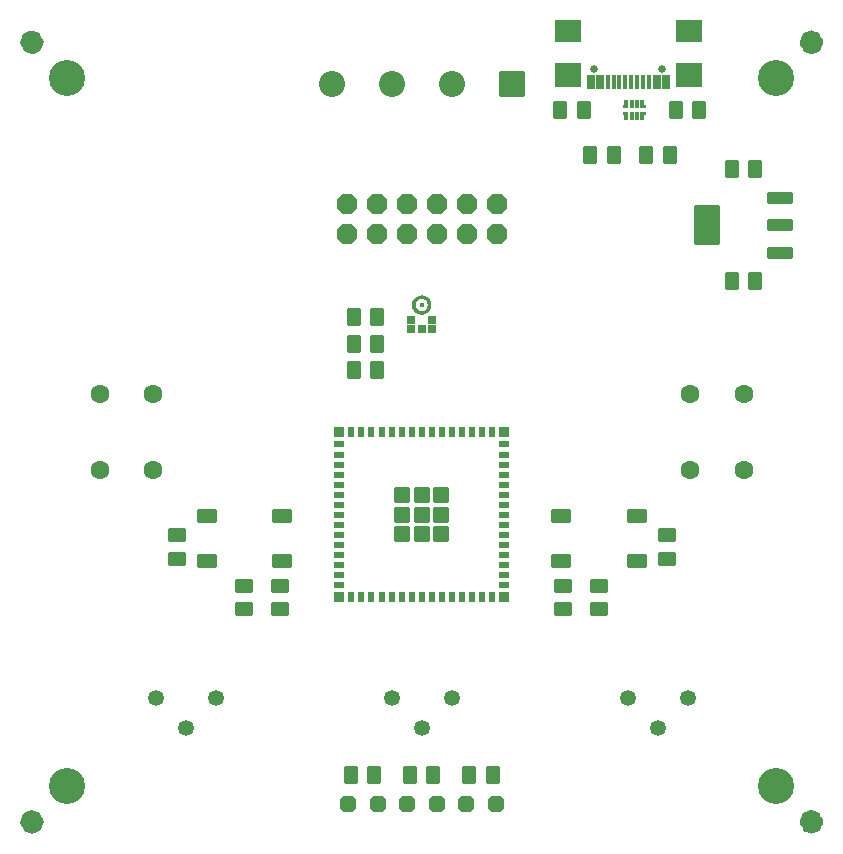
<source format=gbr>
%TF.GenerationSoftware,KiCad,Pcbnew,(6.0.1)*%
%TF.CreationDate,2022-09-28T09:38:13-06:00*%
%TF.ProjectId,SENSORY_BRIDGE,53454e53-4f52-4595-9f42-52494447452e,rev?*%
%TF.SameCoordinates,PX6c3e3acPY8584910*%
%TF.FileFunction,Soldermask,Top*%
%TF.FilePolarity,Negative*%
%FSLAX46Y46*%
G04 Gerber Fmt 4.6, Leading zero omitted, Abs format (unit mm)*
G04 Created by KiCad (PCBNEW (6.0.1)) date 2022-09-28 09:38:13*
%MOMM*%
%LPD*%
G01*
G04 APERTURE LIST*
G04 Aperture macros list*
%AMRoundRect*
0 Rectangle with rounded corners*
0 $1 Rounding radius*
0 $2 $3 $4 $5 $6 $7 $8 $9 X,Y pos of 4 corners*
0 Add a 4 corners polygon primitive as box body*
4,1,4,$2,$3,$4,$5,$6,$7,$8,$9,$2,$3,0*
0 Add four circle primitives for the rounded corners*
1,1,$1+$1,$2,$3*
1,1,$1+$1,$4,$5*
1,1,$1+$1,$6,$7*
1,1,$1+$1,$8,$9*
0 Add four rect primitives between the rounded corners*
20,1,$1+$1,$2,$3,$4,$5,0*
20,1,$1+$1,$4,$5,$6,$7,0*
20,1,$1+$1,$6,$7,$8,$9,0*
20,1,$1+$1,$8,$9,$2,$3,0*%
%AMFreePoly0*
4,1,17,0.366121,0.696321,0.696321,0.366121,0.711200,0.330200,0.711200,-0.330200,0.696321,-0.366121,0.366121,-0.696321,0.330200,-0.711200,-0.330200,-0.711200,-0.366121,-0.696321,-0.696321,-0.366121,-0.711200,-0.330200,-0.711200,0.330200,-0.696321,0.366121,-0.366121,0.696321,-0.330200,0.711200,0.330200,0.711200,0.366121,0.696321,0.366121,0.696321,$1*%
%AMFreePoly1*
4,1,17,0.416921,0.797921,0.797921,0.416921,0.812800,0.381000,0.812800,-0.381000,0.797921,-0.416921,0.416921,-0.797921,0.381000,-0.812800,-0.381000,-0.812800,-0.416921,-0.797921,-0.797921,-0.416921,-0.812800,-0.381000,-0.812800,0.381000,-0.797921,0.416921,-0.416921,0.797921,-0.381000,0.812800,0.381000,0.812800,0.416921,0.797921,0.416921,0.797921,$1*%
G04 Aperture macros list end*
%ADD10C,1.000000*%
%ADD11RoundRect,0.050800X-0.550000X-0.700000X0.550000X-0.700000X0.550000X0.700000X-0.550000X0.700000X0*%
%ADD12RoundRect,0.050800X0.400000X0.200000X-0.400000X0.200000X-0.400000X-0.200000X0.400000X-0.200000X0*%
%ADD13RoundRect,0.050800X-0.200000X0.400000X-0.200000X-0.400000X0.200000X-0.400000X0.200000X0.400000X0*%
%ADD14RoundRect,0.050800X-0.600000X0.600000X-0.600000X-0.600000X0.600000X-0.600000X0.600000X0.600000X0*%
%ADD15RoundRect,0.050800X-0.400000X0.400000X-0.400000X-0.400000X0.400000X-0.400000X0.400000X0.400000X0*%
%ADD16C,3.050000*%
%ADD17RoundRect,0.050800X-0.101600X0.304800X-0.101600X-0.304800X0.101600X-0.304800X0.101600X0.304800X0*%
%ADD18RoundRect,0.050800X0.101600X-0.304800X0.101600X0.304800X-0.101600X0.304800X-0.101600X-0.304800X0*%
%ADD19RoundRect,0.050800X-0.800000X-0.500000X0.800000X-0.500000X0.800000X0.500000X-0.800000X0.500000X0*%
%ADD20RoundRect,0.050800X0.700000X-0.550000X0.700000X0.550000X-0.700000X0.550000X-0.700000X-0.550000X0*%
%ADD21RoundRect,0.050800X-0.700000X0.550000X-0.700000X-0.550000X0.700000X-0.550000X0.700000X0.550000X0*%
%ADD22RoundRect,0.050800X0.550000X0.700000X-0.550000X0.700000X-0.550000X-0.700000X0.550000X-0.700000X0*%
%ADD23RoundRect,0.050800X1.033000X-0.450800X1.033000X0.450800X-1.033000X0.450800X-1.033000X-0.450800X0*%
%ADD24RoundRect,0.050800X1.033000X-1.600800X1.033000X1.600800X-1.033000X1.600800X-1.033000X-1.600800X0*%
%ADD25C,0.650000*%
%ADD26RoundRect,0.050800X0.300000X0.575000X-0.300000X0.575000X-0.300000X-0.575000X0.300000X-0.575000X0*%
%ADD27RoundRect,0.050800X0.150000X0.575000X-0.150000X0.575000X-0.150000X-0.575000X0.150000X-0.575000X0*%
%ADD28RoundRect,0.050800X1.090000X1.000000X-1.090000X1.000000X-1.090000X-1.000000X1.090000X-1.000000X0*%
%ADD29RoundRect,0.050800X1.090000X0.875000X-1.090000X0.875000X-1.090000X-0.875000X1.090000X-0.875000X0*%
%ADD30RoundRect,0.050800X-0.304800X0.266700X-0.304800X-0.266700X0.304800X-0.266700X0.304800X0.266700X0*%
%ADD31C,0.431800*%
%ADD32RoundRect,0.050800X0.800000X0.500000X-0.800000X0.500000X-0.800000X-0.500000X0.800000X-0.500000X0*%
%ADD33C,1.351600*%
%ADD34C,1.599600*%
%ADD35FreePoly0,180.000000*%
%ADD36RoundRect,0.050800X1.050000X1.050000X-1.050000X1.050000X-1.050000X-1.050000X1.050000X-1.050000X0*%
%ADD37C,2.201600*%
%ADD38FreePoly1,180.000000*%
G04 APERTURE END LIST*
%TO.C,U$4*%
D10*
X68500000Y2000000D02*
G75*
G03*
X68500000Y2000000I-500000J0D01*
G01*
%TO.C,U3*%
G36*
X52235000Y62432500D02*
G01*
X52006400Y62432500D01*
X52006400Y62661100D01*
X52235000Y62661100D01*
X52235000Y62432500D01*
G37*
G36*
X53991400Y61838900D02*
G01*
X53762800Y61838900D01*
X53762800Y62067500D01*
X53991400Y62067500D01*
X53991400Y61838900D01*
G37*
G36*
X52235000Y61838900D02*
G01*
X52006400Y61838900D01*
X52006400Y62067500D01*
X52235000Y62067500D01*
X52235000Y61838900D01*
G37*
G36*
X53991400Y62432500D02*
G01*
X53762800Y62432500D01*
X53762800Y62661100D01*
X53991400Y62661100D01*
X53991400Y62432500D01*
G37*
G36*
X53991400Y61838900D02*
G01*
X53762800Y61838900D01*
X53762800Y62067500D01*
X53991400Y62067500D01*
X53991400Y61838900D01*
G37*
G36*
X52235000Y61838900D02*
G01*
X52006400Y61838900D01*
X52006400Y62067500D01*
X52235000Y62067500D01*
X52235000Y61838900D01*
G37*
G36*
X53991400Y62432500D02*
G01*
X53762800Y62432500D01*
X53762800Y62661100D01*
X53991400Y62661100D01*
X53991400Y62432500D01*
G37*
G36*
X52235000Y62432500D02*
G01*
X52006400Y62432500D01*
X52006400Y62661100D01*
X52235000Y62661100D01*
X52235000Y62432500D01*
G37*
%TO.C,U$1*%
X2500000Y68000000D02*
G75*
G03*
X2500000Y68000000I-500000J0D01*
G01*
%TO.C,U1*%
G36*
X35084648Y46585215D02*
G01*
X35056973Y46268900D01*
X35000725Y46271356D01*
X34843070Y46246386D01*
X34701497Y46174252D01*
X34589151Y46061903D01*
X34517014Y45920333D01*
X34492159Y45763400D01*
X34517014Y45606469D01*
X34589151Y45464896D01*
X34701497Y45352550D01*
X34843070Y45280413D01*
X35000725Y45255444D01*
X35056973Y45257899D01*
X35084648Y44941585D01*
X34999276Y44937856D01*
X34744859Y44978153D01*
X34514692Y45095428D01*
X34332029Y45278088D01*
X34214753Y45508258D01*
X34174342Y45763400D01*
X34214753Y46018541D01*
X34332029Y46248708D01*
X34514692Y46431371D01*
X34744859Y46548647D01*
X34999276Y46588944D01*
X35084648Y46585215D01*
G37*
G36*
X35255141Y46548647D02*
G01*
X35485308Y46431371D01*
X35667971Y46248708D01*
X35785247Y46018541D01*
X35825658Y45763400D01*
X35785247Y45508258D01*
X35667971Y45278088D01*
X35485308Y45095428D01*
X35255141Y44978153D01*
X35000724Y44937856D01*
X34915352Y44941585D01*
X34943027Y45257899D01*
X34999275Y45255444D01*
X35156930Y45280413D01*
X35298503Y45352550D01*
X35410849Y45464896D01*
X35482986Y45606469D01*
X35507841Y45763400D01*
X35482986Y45920333D01*
X35410849Y46061903D01*
X35298503Y46174252D01*
X35156930Y46246386D01*
X34999275Y46271356D01*
X34943027Y46268900D01*
X34915352Y46585215D01*
X35000724Y46588944D01*
X35255141Y46548647D01*
G37*
%TO.C,U$3*%
X2500000Y2000000D02*
G75*
G03*
X2500000Y2000000I-500000J0D01*
G01*
%TO.C,U$2*%
X68500000Y68000000D02*
G75*
G03*
X68500000Y68000000I-500000J0D01*
G01*
%TD*%
D11*
%TO.C,C1*%
X61250000Y57250000D03*
X63250000Y57250000D03*
%TD*%
D12*
%TO.C,IC1*%
X42000000Y22050000D03*
X42000000Y22900000D03*
X42000000Y23750000D03*
X42000000Y24600000D03*
X42000000Y25450000D03*
X42000000Y26300000D03*
X42000000Y27150000D03*
X42000000Y28000000D03*
X42000000Y28850000D03*
X42000000Y29700000D03*
X42000000Y30550000D03*
X42000000Y31400000D03*
X42000000Y32250000D03*
X42000000Y33100000D03*
X42000000Y33950000D03*
D13*
X40950000Y35000000D03*
X40100000Y35000000D03*
X39250000Y35000000D03*
X38400000Y35000000D03*
X37550000Y35000000D03*
X36700000Y35000000D03*
X35850000Y35000000D03*
X35000000Y35000000D03*
X34150000Y35000000D03*
X33300000Y35000000D03*
X32450000Y35000000D03*
X31600000Y35000000D03*
X30750000Y35000000D03*
X29900000Y35000000D03*
X29050000Y35000000D03*
D12*
X28000000Y33950000D03*
X28000000Y33100000D03*
X28000000Y32250000D03*
X28000000Y31400000D03*
X28000000Y30550000D03*
X28000000Y29700000D03*
X28000000Y28850000D03*
X28000000Y28000000D03*
X28000000Y27150000D03*
X28000000Y26300000D03*
X28000000Y25450000D03*
X28000000Y24600000D03*
X28000000Y23750000D03*
X28000000Y22900000D03*
X28000000Y22050000D03*
D13*
X29050000Y21000000D03*
X29900000Y21000000D03*
X30750000Y21000000D03*
X31600000Y21000000D03*
X32450000Y21000000D03*
X33300000Y21000000D03*
X34150000Y21000000D03*
X35000000Y21000000D03*
X35850000Y21000000D03*
X36700000Y21000000D03*
X37550000Y21000000D03*
X38400000Y21000000D03*
X39250000Y21000000D03*
X40100000Y21000000D03*
X40950000Y21000000D03*
D14*
X35000000Y28000000D03*
D15*
X42000000Y21000000D03*
X42000000Y35000000D03*
X28000000Y35000000D03*
X28000000Y21000000D03*
D14*
X36650000Y26350000D03*
X36650000Y28000000D03*
X36650000Y29650000D03*
X35000000Y29650000D03*
X33350000Y29650000D03*
X33350000Y28000000D03*
X33350000Y26350000D03*
X35000000Y26350000D03*
%TD*%
D16*
%TO.C,@HOLE2*%
X5000000Y5000000D03*
%TD*%
D17*
%TO.C,U3*%
X53673900Y62750000D03*
X53223900Y62750000D03*
X52773900Y62750000D03*
X52323900Y62750000D03*
D18*
X52323900Y61750000D03*
X52773900Y61750000D03*
X53223900Y61750000D03*
X53673900Y61750000D03*
%TD*%
D19*
%TO.C,SW4*%
X46800000Y27900000D03*
X53200000Y27900000D03*
X46800000Y24100000D03*
X53200000Y24100000D03*
%TD*%
D20*
%TO.C,C6*%
X14250000Y24250000D03*
X14250000Y26250000D03*
%TD*%
D21*
%TO.C,C3*%
X20000000Y22000000D03*
X20000000Y20000000D03*
%TD*%
D16*
%TO.C,@HOLE1*%
X65000000Y65000000D03*
%TD*%
D20*
%TO.C,C9*%
X55750000Y24250000D03*
X55750000Y26250000D03*
%TD*%
D22*
%TO.C,R8*%
X31250000Y40250000D03*
X29250000Y40250000D03*
%TD*%
D16*
%TO.C,@HOLE3*%
X65000000Y5000000D03*
%TD*%
D22*
%TO.C,C10*%
X31250000Y44750000D03*
X29250000Y44750000D03*
%TD*%
D21*
%TO.C,C4*%
X47000000Y22000000D03*
X47000000Y20000000D03*
%TD*%
%TO.C,R7*%
X23000000Y22000000D03*
X23000000Y20000000D03*
%TD*%
D23*
%TO.C,U2*%
X65325800Y50200000D03*
X65325800Y52500000D03*
X65325800Y54800000D03*
D24*
X59174200Y52500000D03*
%TD*%
D25*
%TO.C,J1*%
X49610000Y65750000D03*
X55390000Y65750000D03*
D26*
X55700000Y64675000D03*
X54900000Y64675000D03*
D27*
X53750000Y64675000D03*
X52750000Y64675000D03*
X52250000Y64675000D03*
X51250000Y64675000D03*
D26*
X49300000Y64675000D03*
X50100000Y64675000D03*
D27*
X50750000Y64675000D03*
X51750000Y64675000D03*
X53250000Y64675000D03*
X54250000Y64675000D03*
D28*
X57610000Y65250000D03*
X47390000Y65250000D03*
D29*
X57610000Y68930000D03*
X47390000Y68930000D03*
%TD*%
D11*
%TO.C,R6*%
X29000000Y6000000D03*
X31000000Y6000000D03*
%TD*%
D16*
%TO.C,@HOLE0*%
X5000000Y65000000D03*
%TD*%
D22*
%TO.C,C11*%
X31250000Y42500000D03*
X29250000Y42500000D03*
%TD*%
D11*
%TO.C,R10*%
X46750000Y62250000D03*
X48750000Y62250000D03*
%TD*%
D30*
%TO.C,U1*%
X35900000Y43689491D03*
X35889000Y44511400D03*
D31*
X35000000Y45762000D03*
D30*
X34111000Y44511400D03*
X34100000Y43689491D03*
X35000000Y43689491D03*
%TD*%
D32*
%TO.C,SW3*%
X23200000Y24100000D03*
X16800000Y24100000D03*
X23200000Y27900000D03*
X16800000Y27900000D03*
%TD*%
D11*
%TO.C,C8*%
X54000000Y58500000D03*
X56000000Y58500000D03*
%TD*%
%TO.C,R4*%
X39000000Y6000000D03*
X41000000Y6000000D03*
%TD*%
%TO.C,R9*%
X56500000Y62250000D03*
X58500000Y62250000D03*
%TD*%
D22*
%TO.C,C7*%
X51250000Y58500000D03*
X49250000Y58500000D03*
%TD*%
D11*
%TO.C,C2*%
X61250000Y47750000D03*
X63250000Y47750000D03*
%TD*%
D21*
%TO.C,C5*%
X50000000Y22000000D03*
X50000000Y20000000D03*
%TD*%
D11*
%TO.C,R5*%
X34000000Y6000000D03*
X36000000Y6000000D03*
%TD*%
D33*
%TO.C,R3*%
X17555000Y12470000D03*
X15015000Y9930000D03*
X12475000Y12470000D03*
%TD*%
%TO.C,R2*%
X37555000Y12470000D03*
X35015000Y9930000D03*
X32475000Y12470000D03*
%TD*%
D34*
%TO.C,SW2*%
X57750000Y38250000D03*
X57750000Y31750000D03*
X62250000Y38250000D03*
X62250000Y31750000D03*
%TD*%
D35*
%TO.C,LED1*%
X41270000Y3500000D03*
X38730000Y3500000D03*
%TD*%
%TO.C,LED2*%
X36270000Y3500000D03*
X33730000Y3500000D03*
%TD*%
D36*
%TO.C,J2*%
X42625000Y64500000D03*
D37*
X37545000Y64500000D03*
X32465000Y64500000D03*
X27385000Y64500000D03*
%TD*%
D38*
%TO.C,JP1*%
X41350000Y51730000D03*
X41350000Y54270000D03*
X38810000Y51730000D03*
X38810000Y54270000D03*
X36270000Y51730000D03*
X36270000Y54270000D03*
X33730000Y51730000D03*
X33730000Y54270000D03*
X31190000Y51730000D03*
X31190000Y54270000D03*
X28650000Y51730000D03*
X28650000Y54270000D03*
%TD*%
D33*
%TO.C,R1*%
X57555000Y12470000D03*
X55015000Y9930000D03*
X52475000Y12470000D03*
%TD*%
D35*
%TO.C,LED3*%
X31270000Y3500000D03*
X28730000Y3500000D03*
%TD*%
D34*
%TO.C,SW1*%
X12250000Y31750000D03*
X12250000Y38250000D03*
X7750000Y31750000D03*
X7750000Y38250000D03*
%TD*%
M02*

</source>
